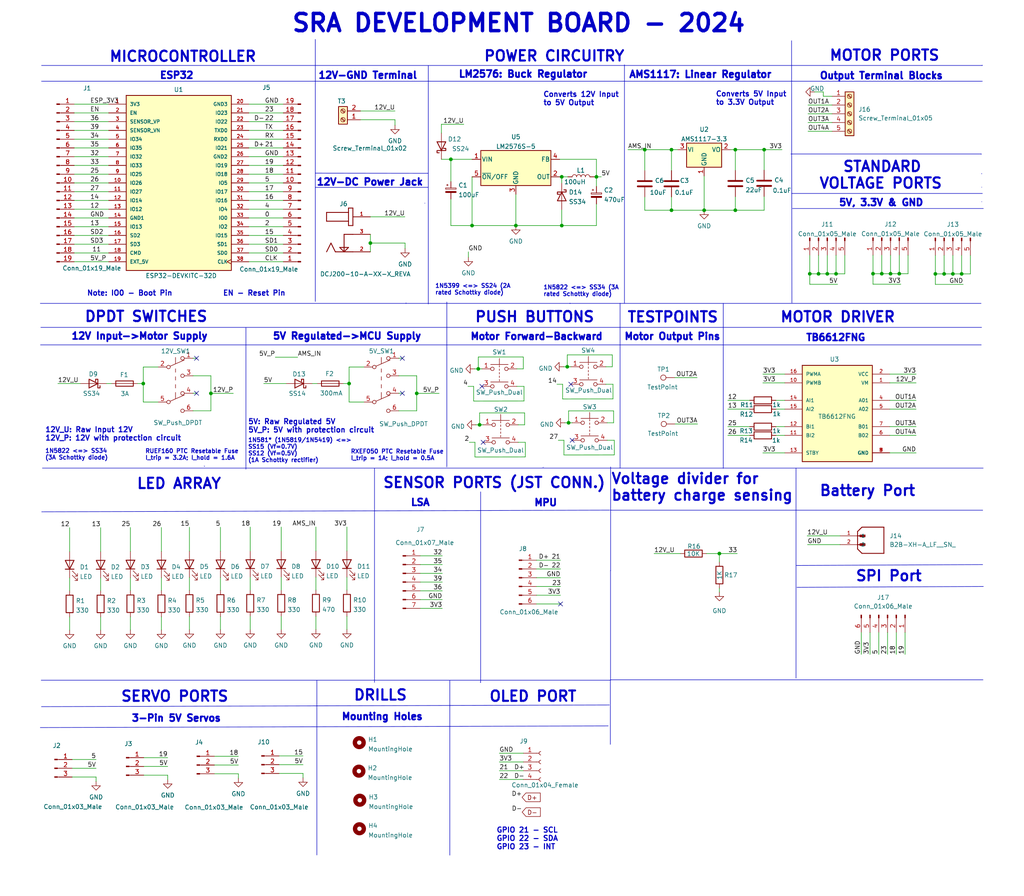
<source format=kicad_sch>
(kicad_sch (version 20231120) (generator "eeschema") (generator_version "8.0")
  (paper "User" 297.002 259.994)
  (junction (at 164.5158 106.426))
  (junction (at 186.9948 43.434))
  (junction (at 239.9284 79.4512))
  (junction (at 162.9156 51.308))
  (junction (at 276.352 79.4766))
  (junction (at 61.1632 114.1476))
  (junction (at 260.8072 79.4258))
  (junction (at 213.2584 43.434))
  (junction (at 204.216 61.0108))
  (junction (at 271.272 79.4766))
  (junction (at 130.7592 46.228))
  (junction (at 120.8532 114.1476))
  (junction (at 213.2584 61.0108))
  (junction (at 255.7272 79.4258))
  (junction (at 258.2672 79.4258))
  (junction (at 107.4166 70.5358))
  (junction (at 194.7418 43.434))
  (junction (at 101.2444 111.3028))
  (junction (at 234.8484 79.4512))
  (junction (at 253.1872 79.4258))
  (junction (at 273.812 79.4766))
  (junction (at 162.9156 65.4558))
  (junction (at 149.606 65.4558))
  (junction (at 242.4684 79.4512))
  (junction (at 237.3884 79.4512))
  (junction (at 208.6356 160.6296))
  (junction (at 172.974 51.308))
  (junction (at 139.0904 123.2662))
  (junction (at 221.615 43.434))
  (junction (at 136.906 65.4558))
  (junction (at 138.7094 107.0356))
  (junction (at 278.892 79.4766))
  (junction (at 41.5544 111.3028))
  (junction (at 164.8968 122.682))
  (junction (at 194.7418 61.0108))
  (no_connect (at 116.6876 114.1222))
  (no_connect (at 140.1318 128.3462))
  (no_connect (at 56.9976 114.1222))
  (no_connect (at 162.56 175.26))
  (no_connect (at 56.9976 103.9622))
  (no_connect (at 116.6876 103.9622))
  (no_connect (at 165.9382 127.762))
  (no_connect (at 139.7508 112.1156))
  (no_connect (at 165.5572 111.506))
  (wire (pts (xy 115.6716 103.9622) (xy 116.6876 103.9622)))
  (polyline (pts (xy 230.8574 135.8392) (xy 230.8574 196.7992)))
  (wire (pts (xy 86.3346 103.6574) (xy 79.8322 103.6574)))
  (wire (pts (xy 221.615 56.9976) (xy 221.615 61.0108)))
  (polyline (pts (xy 370.1796 138.2014) (xy 370.205 138.2014)))
  (wire (pts (xy 54.9402 167.5638) (xy 54.9402 171.2976)))
  (wire (pts (xy 163.1696 111.506) (xy 163.1696 115.7732)))
  (wire (pts (xy 61.1632 114.1476) (xy 67.6656 114.1476)))
  (wire (pts (xy 72.5678 159.893) (xy 72.5678 152.9334)))
  (wire (pts (xy 163.449 106.426) (xy 164.5158 106.426)))
  (wire (pts (xy 258.064 108.5596) (xy 265.684 108.5596)))
  (wire (pts (xy 281.432 79.4766) (xy 281.432 74.1172)))
  (wire (pts (xy 46.8122 160.02) (xy 46.8122 153.0604)))
  (wire (pts (xy 253.1872 79.4258) (xy 255.7272 79.4258)))
  (wire (pts (xy 164.5158 106.426) (xy 164.5158 102.9716)))
  (wire (pts (xy 21.5138 35.306) (xy 31.5214 35.306)))
  (polyline (pts (xy 229.362 44.6786) (xy 284.5816 44.6786)))
  (wire (pts (xy 225.044 118.7196) (xy 227.584 118.7196)))
  (wire (pts (xy 163.5506 127.762) (xy 163.5506 132.0292)))
  (wire (pts (xy 249.7836 183.5404) (xy 249.7836 189.8904)))
  (wire (pts (xy 72.5678 178.8668) (xy 72.5678 182.6768)))
  (wire (pts (xy 258.2672 79.4258) (xy 260.8072 79.4258)))
  (wire (pts (xy 177.7746 111.506) (xy 175.7172 111.506)))
  (polyline (pts (xy 124.206 19.05) (xy 124.206 88.2142)))
  (wire (pts (xy 276.352 79.4766) (xy 278.892 79.4766)))
  (wire (pts (xy 137.7442 128.3462) (xy 137.7442 132.6134)))
  (wire (pts (xy 72.5678 167.513) (xy 72.5678 171.2468)))
  (wire (pts (xy 128.016 46.228) (xy 130.7592 46.228)))
  (wire (pts (xy 20.193 160.0708) (xy 20.193 153.1112)))
  (wire (pts (xy 237.3884 79.4512) (xy 239.9284 79.4512)))
  (wire (pts (xy 208.6356 160.6296) (xy 213.8172 160.6296)))
  (polyline (pts (xy 181.102 18.796) (xy 181.102 87.9602)))
  (wire (pts (xy 41.5544 106.5022) (xy 41.5544 111.3028)))
  (wire (pts (xy 90.6018 111.3028) (xy 91.9734 111.3028)))
  (wire (pts (xy 254.8636 183.5404) (xy 254.8636 189.8904)))
  (wire (pts (xy 162.9156 60.8076) (xy 162.9156 65.4558)))
  (wire (pts (xy 172.974 59.182) (xy 172.974 65.4558)))
  (wire (pts (xy 271.272 74.1172) (xy 271.272 79.4766)))
  (wire (pts (xy 138.7094 107.0356) (xy 139.7508 107.0356)))
  (wire (pts (xy 55.9816 109.0422) (xy 61.1632 109.0422)))
  (wire (pts (xy 29.1846 167.6908) (xy 29.1846 171.4246)))
  (wire (pts (xy 234.0864 155.4988) (xy 243.6368 155.4988)))
  (wire (pts (xy 41.6814 222.4024) (xy 48.641 222.4024)))
  (wire (pts (xy 139.0904 123.2662) (xy 139.0904 119.8118)))
  (wire (pts (xy 164.5158 102.9716) (xy 177.5714 102.9716)))
  (wire (pts (xy 234.188 158.0388) (xy 243.6368 158.0388)))
  (wire (pts (xy 258.2672 74.0664) (xy 258.2672 79.4258)))
  (polyline (pts (xy 71.3232 95.0722) (xy 71.3232 136.1694)))
  (wire (pts (xy 221.234 111.0996) (xy 227.584 111.0996)))
  (wire (pts (xy 21.5138 50.546) (xy 31.5214 50.546)))
  (wire (pts (xy 260.8072 74.0664) (xy 260.8072 79.4258)))
  (wire (pts (xy 130.7592 65.4558) (xy 136.906 65.4558)))
  (wire (pts (xy 48.641 224.9424) (xy 48.641 226.2124)))
  (wire (pts (xy 162.9156 51.308) (xy 164.6936 51.308)))
  (wire (pts (xy 72.1614 60.706) (xy 82.169 60.706)))
  (wire (pts (xy 21.5138 75.946) (xy 31.5214 75.946)))
  (wire (pts (xy 258.064 111.0996) (xy 265.684 111.0996)))
  (polyline (pts (xy 284.7086 54.3052) (xy 284.7086 54.3306)))
  (wire (pts (xy 130.7592 46.228) (xy 136.906 46.228)))
  (polyline (pts (xy 284.5816 44.6786) (xy 284.5816 44.7802)))
  (wire (pts (xy 241.3 33.02) (xy 234.3404 33.02)))
  (wire (pts (xy 238.76 26.67) (xy 238.76 27.94)))
  (polyline (pts (xy 177.0634 197.3326) (xy 177.0634 165.5826)))
  (wire (pts (xy 195.8086 123.0376) (xy 202.311 123.0376)))
  (wire (pts (xy 107.4166 62.9158) (xy 117.4242 62.9158)))
  (wire (pts (xy 155.6004 162.56) (xy 162.56 162.56)))
  (wire (pts (xy 99.5934 111.3028) (xy 101.2444 111.3028)))
  (wire (pts (xy 135.8392 73.0758) (xy 135.8392 74.6506)))
  (polyline (pts (xy 91.4146 54.3814) (xy 124.206 54.356)))
  (wire (pts (xy 260.8072 79.4258) (xy 263.3472 79.4258)))
  (wire (pts (xy 100.6094 178.8414) (xy 100.6094 182.6514)))
  (wire (pts (xy 178.1556 127.762) (xy 176.0982 127.762)))
  (wire (pts (xy 241.3 38.1) (xy 234.3404 38.1)))
  (polyline (pts (xy 230.9368 164.084) (xy 284.988 163.83)))
  (wire (pts (xy 72.1614 55.626) (xy 82.169 55.626)))
  (wire (pts (xy 213.2584 57.0738) (xy 213.2584 61.0108)))
  (wire (pts (xy 163.83 122.682) (xy 164.8968 122.682)))
  (wire (pts (xy 149.606 56.388) (xy 149.606 65.4558)))
  (wire (pts (xy 234.8484 79.4512) (xy 234.8484 82.4992)))
  (wire (pts (xy 164.8968 119.2276) (xy 177.9524 119.2276)))
  (polyline (pts (xy 12.0904 148.5138) (xy 176.784 148.0312)))
  (wire (pts (xy 164.8968 122.682) (xy 164.8968 119.2276)))
  (wire (pts (xy 41.6814 219.8624) (xy 48.641 219.8624)))
  (wire (pts (xy 138.7094 103.5812) (xy 151.765 103.5812)))
  (wire (pts (xy 152.3492 132.588) (xy 152.3492 128.3462)))
  (wire (pts (xy 149.606 65.4558) (xy 162.9156 65.4558)))
  (wire (pts (xy 225.044 123.7996) (xy 227.584 123.7996)))
  (wire (pts (xy 178.1556 132.0038) (xy 178.1556 127.762)))
  (wire (pts (xy 72.1614 42.926) (xy 82.169 42.926)))
  (wire (pts (xy 63.9318 167.5638) (xy 63.9318 171.2976)))
  (wire (pts (xy 172.974 51.308) (xy 172.974 54.102)))
  (wire (pts (xy 278.892 79.4766) (xy 281.432 79.4766)))
  (wire (pts (xy 117.475 70.5358) (xy 117.475 72.1106)))
  (wire (pts (xy 114.554 34.7472) (xy 114.554 36.322)))
  (wire (pts (xy 120.8532 109.0422) (xy 120.8532 114.1476)))
  (polyline (pts (xy 229.5652 56.134) (xy 284.9118 56.134)))
  (wire (pts (xy 41.5544 116.6622) (xy 45.8216 116.6622)))
  (polyline (pts (xy 12.0396 23.5712) (xy 284.8864 23.5712)))
  (wire (pts (xy 63.9318 159.9438) (xy 63.9318 152.9842)))
  (wire (pts (xy 55.9816 114.1222) (xy 56.9976 114.1222)))
  (polyline (pts (xy 139.3952 142.7226) (xy 139.3952 198.0184)))
  (wire (pts (xy 186.9948 43.434) (xy 194.7418 43.434)))
  (wire (pts (xy 273.812 74.1172) (xy 273.812 79.4766)))
  (wire (pts (xy 175.7172 106.426) (xy 177.5714 106.426)))
  (wire (pts (xy 271.272 79.4766) (xy 273.812 79.4766)))
  (wire (pts (xy 255.7272 74.0664) (xy 255.7272 79.4258)))
  (polyline (pts (xy 12.2936 135.8392) (xy 285.1404 135.8392)))
  (wire (pts (xy 130.7592 57.7596) (xy 130.7592 65.4558)))
  (wire (pts (xy 72.1614 53.086) (xy 82.169 53.086)))
  (wire (pts (xy 46.8122 167.64) (xy 46.8122 171.3738)))
  (wire (pts (xy 121.92 173.99) (xy 128.27 173.99)))
  (wire (pts (xy 211.074 116.1796) (xy 217.424 116.1796)))
  (wire (pts (xy 234.8484 79.4512) (xy 237.3884 79.4512)))
  (wire (pts (xy 139.0904 119.8118) (xy 152.146 119.8118)))
  (wire (pts (xy 100.6094 159.8676) (xy 100.6094 152.908)))
  (wire (pts (xy 172.974 46.228) (xy 172.974 51.308)))
  (wire (pts (xy 21.5138 40.386) (xy 31.5214 40.386)))
  (polyline (pts (xy 12.0142 205.0542) (xy 176.7078 204.5716)))
  (wire (pts (xy 41.6814 224.9424) (xy 48.641 224.9424)))
  (wire (pts (xy 135.7122 112.1156) (xy 137.3632 112.1156)))
  (wire (pts (xy 120.8532 114.1476) (xy 127.3556 114.1476)))
  (wire (pts (xy 241.3 35.56) (xy 234.3404 35.56)))
  (wire (pts (xy 21.5138 60.706) (xy 31.5214 60.706)))
  (wire (pts (xy 172.974 65.4558) (xy 162.9156 65.4558)))
  (wire (pts (xy 80.9244 221.8944) (xy 87.884 221.8944)))
  (wire (pts (xy 186.9948 61.0108) (xy 194.7418 61.0108)))
  (wire (pts (xy 149.9108 107.0356) (xy 151.765 107.0356)))
  (wire (pts (xy 177.7746 115.7478) (xy 177.7746 111.506)))
  (wire (pts (xy 55.9816 103.9622) (xy 56.9976 103.9622)))
  (wire (pts (xy 172.974 51.308) (xy 174.3964 51.308)))
  (wire (pts (xy 137.6426 107.0356) (xy 138.7094 107.0356)))
  (wire (pts (xy 155.6004 170.18) (xy 162.56 170.18)))
  (wire (pts (xy 91.6178 178.8414) (xy 91.6178 182.6514)))
  (wire (pts (xy 258.064 116.1796) (xy 265.684 116.1796)))
  (wire (pts (xy 213.2584 43.434) (xy 221.615 43.434)))
  (wire (pts (xy 271.272 79.4766) (xy 271.272 82.5246)))
  (wire (pts (xy 107.4166 67.9958) (xy 107.4166 70.5358)))
  (wire (pts (xy 155.6004 165.1) (xy 162.56 165.1)))
  (wire (pts (xy 121.92 176.53) (xy 128.27 176.53)))
  (wire (pts (xy 72.1614 68.326) (xy 82.169 68.326)))
  (wire (pts (xy 20.9042 222.9358) (xy 27.8638 222.9358)))
  (wire (pts (xy 54.9402 159.9438) (xy 54.9402 152.9842)))
  (wire (pts (xy 37.8206 160.02) (xy 37.8206 153.0604)))
  (polyline (pts (xy 124.206 54.356) (xy 124.206 54.356)))
  (polyline (pts (xy 124.206 50.292) (xy 124.206 50.292)))
  (wire (pts (xy 72.1614 50.546) (xy 82.169 50.546)))
  (wire (pts (xy 177.9524 119.2276) (xy 177.9524 122.682)))
  (wire (pts (xy 237.3884 74.0918) (xy 237.3884 79.4512)))
  (wire (pts (xy 258.064 126.3396) (xy 265.684 126.3396)))
  (wire (pts (xy 208.6356 160.6296) (xy 204.9272 160.6296)))
  (wire (pts (xy 151.9682 116.3574) (xy 151.9682 112.1156)))
  (wire (pts (xy 257.4036 183.5404) (xy 257.4036 189.8904)))
  (wire (pts (xy 72.1614 45.466) (xy 82.169 45.466)))
  (wire (pts (xy 239.9284 74.0918) (xy 239.9284 79.4512)))
  (wire (pts (xy 204.216 51.054) (xy 204.216 61.0108)))
  (wire (pts (xy 258.064 123.7996) (xy 265.684 123.7996)))
  (wire (pts (xy 91.6178 167.4876) (xy 91.6178 171.2214)))
  (wire (pts (xy 20.193 179.0446) (xy 20.193 182.8546)))
  (polyline (pts (xy 229.5652 11.811) (xy 229.6668 87.884)))
  (wire (pts (xy 213.2584 61.0108) (xy 221.615 61.0108)))
  (wire (pts (xy 255.7272 79.4258) (xy 258.2672 79.4258)))
  (wire (pts (xy 151.765 226.187) (xy 144.8054 226.187)))
  (wire (pts (xy 45.8216 106.5022) (xy 41.5544 106.5022)))
  (wire (pts (xy 139.0904 123.2662) (xy 140.1318 123.2662)))
  (wire (pts (xy 137.3632 116.3828) (xy 151.9682 116.3574)))
  (wire (pts (xy 130.7592 46.228) (xy 130.7592 52.6796)))
  (polyline (pts (xy 12.0396 18.9992) (xy 284.8864 18.9992)))
  (wire (pts (xy 172.3136 51.308) (xy 172.974 51.308)))
  (wire (pts (xy 120.8532 114.1476) (xy 120.8532 119.2022)))
  (polyline (pts (xy 11.938 197.3834) (xy 177.0126 197.3834)))
  (wire (pts (xy 21.5138 37.846) (xy 31.5214 37.846)))
  (wire (pts (xy 62.1792 224.536) (xy 69.1388 224.536)))
  (polyline (pts (xy 284.734 58.5216) (xy 284.734 58.547)))
  (wire (pts (xy 105.5116 106.5022) (xy 101.2444 106.5022)))
  (polyline (pts (xy 231.14 170.434) (xy 285.1912 170.18)))
  (wire (pts (xy 61.1632 109.0422) (xy 61.1632 114.1476)))
  (wire (pts (xy 258.064 131.4196) (xy 265.684 131.4196)))
  (wire (pts (xy 87.884 224.4344) (xy 87.884 225.7044)))
  (wire (pts (xy 21.5138 70.866) (xy 31.5214 70.866)))
  (polyline (pts (xy 91.8972 197.4088) (xy 91.8972 248.1072)))
  (wire (pts (xy 136.0932 128.3462) (xy 137.7442 128.3462)))
  (wire (pts (xy 253.1872 74.0664) (xy 253.1872 79.4258)))
  (wire (pts (xy 242.4684 74.0918) (xy 242.4684 79.4512)))
  (polyline (pts (xy 11.8364 94.996) (xy 284.6832 94.996)))
  (wire (pts (xy 151.765 221.107) (xy 144.8054 221.107)))
  (wire (pts (xy 155.6004 175.26) (xy 162.56 175.26)))
  (wire (pts (xy 245.0084 79.4512) (xy 245.0084 74.0918)))
  (wire (pts (xy 29.1846 179.0446) (xy 29.1846 182.8546)))
  (wire (pts (xy 225.044 116.1796) (xy 227.584 116.1796)))
  (wire (pts (xy 21.5138 45.466) (xy 31.5214 45.466)))
  (wire (pts (xy 41.5544 111.3028) (xy 41.5544 116.6622)))
  (wire (pts (xy 259.9436 183.5404) (xy 259.9436 189.8904)))
  (wire (pts (xy 225.044 126.3396) (xy 227.584 126.3396)))
  (wire (pts (xy 37.8206 178.9938) (xy 37.8206 182.8038)))
  (wire (pts (xy 138.0236 123.2662) (xy 139.0904 123.2662)))
  (wire (pts (xy 236.22 26.67) (xy 238.76 26.67)))
  (wire (pts (xy 221.234 131.4196) (xy 227.584 131.4196)))
  (polyline (pts (xy 284.7086 50.3428) (xy 284.7086 50.4444)))
  (wire (pts (xy 100.6094 167.4876) (xy 100.6094 171.2214)))
  (wire (pts (xy 128.016 36.068) (xy 134.5184 36.068)))
  (wire (pts (xy 177.5714 102.9716) (xy 177.5714 106.426)))
  (wire (pts (xy 81.5594 159.893) (xy 81.5594 152.9334)))
  (wire (pts (xy 273.812 79.4766) (xy 276.352 79.4766)))
  (polyline (pts (xy 177.0634 197.2674) (xy 285.0896 197.2674)))
  (wire (pts (xy 62.1792 221.996) (xy 69.1388 221.996)))
  (wire (pts (xy 121.92 161.29) (xy 128.27 161.29)))
  (wire (pts (xy 194.7418 61.0108) (xy 204.216 61.0108)))
  (polyline (pts (xy 209.7532 88.0364) (xy 209.7532 135.89)))
  (polyline (pts (xy 284.8864 18.8976) (xy 284.8864 18.9992)))
  (polyline (pts (xy 177.0126 216.0016) (xy 177.0126 197.3834)))
  (polyline (pts (xy 11.684 88.0364) (xy 284.5308 88.0364)))
  (wire (pts (xy 120.8532 119.2022) (xy 115.6716 119.2022)))
  (wire (pts (xy 115.6716 114.1222) (xy 116.6876 114.1222)))
  (polyline (pts (xy 179.832 87.9856) (xy 179.832 135.8392)))
  (wire (pts (xy 161.8996 127.762) (xy 163.5506 127.762)))
  (wire (pts (xy 152.3492 128.3462) (xy 150.2918 128.3462)))
  (wire (pts (xy 21.5138 55.626) (xy 31.5214 55.626)))
  (wire (pts (xy 151.765 223.647) (xy 144.8054 223.647)))
  (wire (pts (xy 20.9042 225.4758) (xy 27.8638 225.4758)))
  (wire (pts (xy 72.1614 40.386) (xy 82.169 40.386)))
  (wire (pts (xy 164.5158 106.426) (xy 165.5572 106.426)))
  (wire (pts (xy 23.2918 111.3028) (xy 16.7894 111.3028)))
  (wire (pts (xy 21.5138 68.326) (xy 31.5214 68.326)))
  (wire (pts (xy 221.615 49.3776) (xy 221.615 43.434)))
  (wire (pts (xy 137.3632 112.1156) (xy 137.3632 116.3828)))
  (wire (pts (xy 54.9402 178.9176) (xy 54.9402 182.7276)))
  (wire (pts (xy 211.074 118.7196) (xy 217.424 118.7196)))
  (wire (pts (xy 278.892 74.1172) (xy 278.892 79.4766)))
  (wire (pts (xy 72.1614 37.846) (xy 82.169 37.846)))
  (wire (pts (xy 72.1614 35.306) (xy 82.169 35.306)))
  (wire (pts (xy 150.2918 123.2662) (xy 152.146 123.2662)))
  (wire (pts (xy 29.1846 160.0708) (xy 29.1846 153.1112)))
  (wire (pts (xy 182.118 43.434) (xy 186.9948 43.434)))
  (wire (pts (xy 194.7418 43.434) (xy 196.596 43.434)))
  (polyline (pts (xy 11.684 211.1248) (xy 176.3776 210.6422)))
  (wire (pts (xy 138.7094 107.0356) (xy 138.7094 103.5812)))
  (wire (pts (xy 162.306 51.308) (xy 162.9156 51.308)))
  (wire (pts (xy 128.016 36.068) (xy 128.016 38.608)))
  (polyline (pts (xy 176.9872 148.0566) (xy 285.0134 148.0566)))
  (wire (pts (xy 72.1614 70.866) (xy 82.169 70.866)))
  (wire (pts (xy 176.0982 122.682) (xy 177.9524 122.682)))
  (wire (pts (xy 69.1388 224.536) (xy 69.1388 225.806)))
  (wire (pts (xy 72.1614 48.006) (xy 82.169 48.006)))
  (polyline (pts (xy 91.44 11.43) (xy 91.44 87.4776)))
  (wire (pts (xy 101.2444 106.5022) (xy 101.2444 111.3028)))
  (wire (pts (xy 137.7442 132.6134) (xy 152.3492 132.588)))
  (wire (pts (xy 252.3236 183.5404) (xy 252.3236 189.8904)))
  (wire (pts (xy 253.1872 82.4738) (xy 261.2644 82.4738)))
  (wire (pts (xy 62.1792 219.456) (xy 69.1388 219.456)))
  (wire (pts (xy 239.9284 79.4512) (xy 242.4684 79.4512)))
  (wire (pts (xy 136.906 65.4558) (xy 149.606 65.4558)))
  (wire (pts (xy 234.8484 74.0918) (xy 234.8484 79.4512)))
  (wire (pts (xy 211.836 43.434) (xy 213.2584 43.434)))
  (polyline (pts (xy 229.8446 60.5028) (xy 285.1912 60.5028)))
  (wire (pts (xy 21.5138 58.166) (xy 31.5214 58.166)))
  (wire (pts (xy 30.9118 111.3028) (xy 32.3088 111.3028)))
  (wire (pts (xy 186.9948 43.434) (xy 186.9948 49.5046)))
  (wire (pts (xy 161.5186 111.506) (xy 163.1696 111.506)))
  (wire (pts (xy 21.5138 32.766) (xy 31.5214 32.766)))
  (wire (pts (xy 271.272 82.5246) (xy 279.3492 82.5246)))
  (wire (pts (xy 39.9288 111.3028) (xy 41.5544 111.3028)))
  (wire (pts (xy 104.5464 34.7472) (xy 114.554 34.7472)))
  (polyline (pts (xy 177.0888 165.5064) (xy 177.0888 135.4836)))
  (wire (pts (xy 213.2584 43.434) (xy 213.2584 49.4538)))
  (wire (pts (xy 253.1872 79.4258) (xy 253.1872 82.4738)))
  (wire (pts (xy 155.6004 172.72) (xy 162.56 172.72)))
  (wire (pts (xy 163.1696 115.7732) (xy 177.7746 115.7478)))
  (wire (pts (xy 189.6872 160.6296) (xy 197.3072 160.6296)))
  (wire (pts (xy 21.5138 63.246) (xy 31.5214 63.246)))
  (wire (pts (xy 258.064 118.7196) (xy 265.684 118.7196)))
  (wire (pts (xy 208.6356 170.688) (xy 208.6356 171.8056)))
  (wire (pts (xy 61.1632 119.2022) (xy 55.9816 119.2022)))
  (wire (pts (xy 152.146 119.8118) (xy 152.146 123.2662)))
  (polyline (pts (xy 11.7348 100.076) (xy 284.5816 100.076)))
  (wire (pts (xy 151.765 218.567) (xy 144.8054 218.567)))
  (wire (pts (xy 21.5138 42.926) (xy 31.5214 42.926)))
  (wire (pts (xy 61.1632 114.1476) (xy 61.1632 119.2022)))
  (polyline (pts (xy 130.4544 197.4596) (xy 130.4544 248.158)))
  (wire (pts (xy 234.8484 82.4992) (xy 242.9256 82.4992)))
  (wire (pts (xy 21.5138 73.406) (xy 31.5214 73.406)))
  (wire (pts (xy 21.5138 48.006) (xy 31.5214 48.006)))
  (wire (pts (xy 121.92 163.83) (xy 128.27 163.83)))
  (wire (pts (xy 104.5464 32.2072) (xy 114.554 32.2072)))
  (wire (pts (xy 27.8638 225.4758) (xy 27.8638 226.7458)))
  (wire (pts (xy 276.352 74.1172) (xy 276.352 79.4766)))
  (wire (pts (xy 221.234 108.5596) (xy 227.584 108.5596)))
  (wire (pts (xy 221.615 43.434) (xy 226.7966 43.434)))
  (polyline (pts (xy 129.5908 87.63) (xy 129.5908 135.4836)))
  (wire (pts (xy 208.6356 163.068) (xy 208.6356 160.6296)))
  (wire (pts (xy 72.1614 73.406) (xy 82.169 73.406)))
  (wire (pts (xy 107.4166 70.5358) (xy 107.4166 73.0758)))
  (wire (pts (xy 121.92 171.45) (xy 128.27 171.45)))
  (polyline (pts (xy 165.4048 88.0364) (xy 165.227 88.0364)))
  (wire (pts (xy 21.5138 53.086) (xy 31.5214 53.086)))
  (wire (pts (xy 211.074 126.3396) (xy 217.424 126.3396)))
  (wire (pts (xy 72.1614 65.786) (xy 82.169 65.786)))
  (wire (pts (xy 238.76 27.94) (xy 241.3 27.94)))
  (wire (pts (xy 155.6004 167.64) (xy 162.56 167.64)))
  (wire (pts (xy 72.1614 63.246) (xy 82.169 63.246)))
  (wire (pts (xy 262.4836 183.5404) (xy 262.4836 189.8904)))
  (polyline (pts (xy 59.182 135.2804) (xy 59.3598 135.2804)))
  (wire (pts (xy 194.7418 43.434) (xy 194.7418 49.5046)))
  (wire (pts (xy 21.5138 30.226) (xy 31.5214 30.226)))
  (wire (pts (xy 101.2444 111.3028) (xy 101.2444 116.6622)))
  (wire (pts (xy 136.906 51.308) (xy 136.906 65.4558)))
  (wire (pts (xy 80.9244 224.4344) (xy 87.884 224.4344)))
  (wire (pts (xy 91.6178 159.8676) (xy 91.6178 152.908)))
  (wire (pts (xy 81.5594 167.513) (xy 81.5594 171.2468)))
  (polyline (pts (xy 139.2936 198.0184) (xy 139.3952 198.0184)))
  (wire (pts (xy 162.9156 51.308) (xy 162.9156 53.1876)))
  (wire (pts (xy 107.4166 70.5358) (xy 117.475 70.5358)))
  (wire (pts (xy 81.5594 178.8668) (xy 81.5594 182.6768)))
  (wire (pts (xy 63.9318 178.9176) (xy 63.9318 182.7276)))
  (wire (pts (xy 21.5138 65.786) (xy 31.5214 65.786)))
  (polyline (pts (xy 177.0634 165.5826) (xy 177.0888 165.5826)))
  (wire (pts (xy 82.9818 111.3028) (xy 76.4794 111.3028)))
  (wire (pts (xy 121.92 166.37) (xy 128.27 166.37)))
  (wire (pts (xy 204.216 61.0108) (xy 213.2584 61.0108)))
  (polyline (pts (xy 91.4146 50.2412) (xy 124.206 50.292)))
  (wire (pts (xy 121.92 168.91) (xy 128.27 168.91)))
  (wire (pts (xy 46.8122 178.9938) (xy 46.8122 182.8038)))
  (wire (pts (xy 20.193 167.6908) (xy 20.193 171.4246)))
  (wire (pts (xy 151.765 103.5812) (xy 151.765 107.0356)))
  (wire (pts (xy 163.5506 132.0292) (xy 178.1556 132.0038)))
  (wire (pts (xy 162.306 46.228) (xy 172.974 46.228)))
  (polyline (pts (xy 123.2154 58.928) (xy 123.2154 58.9788)))
  (wire (pts (xy 80.9244 219.3544) (xy 87.884 219.3544)))
  (wire (pts (xy 72.1614 58.166) (xy 82.169 58.166)))
  (wire (pts (xy 20.9042 220.3958) (xy 27.8638 220.3958)))
  (wire (pts (xy 263.3472 79.4258) (xy 263.3472 74.0664)))
  (wire (pts (xy 194.7418 57.1246) (xy 194.7418 61.0108)))
  (wire (pts (xy 242.4684 79.4512) (xy 245.0084 79.4512)))
  (wire (pts (xy 164.8968 122.682) (xy 165.9382 122.682)))
  (polyline (pts (xy 157.48 135.5852) (xy 157.5562 135.5852)))
  (polyline (pts (xy 117.7036 87.9348) (xy 117.8052 87.9348)))
  (wire (pts (xy 37.8206 167.64) (xy 37.8206 171.3738)))
  (wire (pts (xy 115.6716 109.0422) (xy 120.8532 109.0422)))
  (wire (pts (xy 72.1614 75.946) (xy 82.169 75.946)))
  (wire (pts (xy 186.9948 57.1246) (xy 186.9948 61.0108)))
  (polyline (pts (xy 108.6104 135.9154) (xy 108.6104 198.0184)))
  (wire (pts (xy 151.9682 112.1156) (xy 149.9108 112.1156)))
  (wire (pts (xy 72.1614 32.766) (xy 82.169 32.766)))
  (wire (pts (xy 241.3 30.48) (xy 234.3404 30.48)))
  (wire (pts (xy 195.6816 109.5756) (xy 202.184 109.5756)))
  (wire (pts (xy 211.074 123.7996) (xy 217.424 123.7996)))
  (wire (pts (xy 101.2444 116.6622) (xy 105.5116 116.6622)))
  (wire (pts (xy 72.1614 30.226) (xy 82.169 30.226)))
  (text "5V, 3.3V & GND" (at 243.1288 60.1472 0) (effects (font (size 2 2) (thickness 0.6) (bold yes)) (justify left bottom)))
  (text "RXEF050 PTC Resetable Fuse \nI_trip = 1A; I_hold = 0.5A" (at 101.6508 133.8326 0) (effects (font (size 1.2 1.2) (bold yes)) (justify left bottom)))
  (text "Mounting Holes" (at 98.9076 209.296 0) (effects (font (size 2 2) (thickness 0.6) (bold yes)) (justify left bottom)))
  (text "SRA DEVELOPMENT BOARD - 2024" (at 84.2772 9.8044 0) (effects (font (size 5 5) (thickness 1) (bold yes)) (justify left bottom)))
  (text "LED ARRAY" (at 39.4462 142.2654 0) (effects (font (size 3 3) (thickness 0.6) (bold yes)) (justify left bottom)))
  (text "12V_U: Raw Input 12V\n12V_P: 12V with protection circuit" (at 13.0302 128.1684 0) (effects (font (size 1.5 1.5) (bold yes)) (justify left bottom)))
  (text "12V-GND Terminal" (at 92.1512 23.2156 0) (effects (font (size 2 2) (thickness 0.6) (bold yes)) (justify left bottom)))
  (text "1N5822 <=> SS34 (3A \nrated Schottky diode)" (at 157.5308 86.2076 0) (effects (font (size 1.2 1.2) (bold yes)) (justify left bottom)))
  (text "Output Terminal Blocks" (at 237.5662 23.3172 0) (effects (font (size 2 2) (thickness 0.6) (bold yes)) (justify left bottom)))
  (text "LSA" (at 118.9482 147.1676 0) (effects (font (size 2 2) (thickness 0.6) (bold yes)) (justify left bottom)))
  (text "MPU" (at 154.7368 147.2184 0) (effects (font (size 2 2) (thickness 0.6) (bold yes)) (justify left bottom)))
  (text "Converts 5V Input \nto 3.3V Output" (at 207.518 30.734 0) (effects (font (size 1.5 1.5) (bold yes)) (justify left bottom)))
  (text "DRILLS" (at 102.362 203.6572 0) (effects (font (size 3 3) (thickness 0.6) (bold yes)) (justify left bottom)))
  (text "SENSOR PORTS (JST CONN.)" (at 110.871 142.0114 0) (effects (font (size 3 3) (thickness 0.6) (bold yes)) (justify left bottom)))
  (text "1N5399 <=> SS24 (2A \nrated Schottky diode)" (at 126.1364 85.7758 0) (effects (font (size 1.2 1.2) (bold yes)) (justify left bottom)))
  (text "DPDT SWITCHES" (at 24.3332 93.8022 0) (effects (font (size 3 3) (thickness 0.6) (bold yes)) (justify left bottom)))
  (text "5V: Raw Regulated 5V\n5V_P: 5V with protection circuit" (at 71.882 125.8316 0) (effects (font (size 1.5 1.5) (bold yes)) (justify left bottom)))
  (text "Note: IO0 - Boot Pin             EN - Reset Pin" (at 25.146 86.106 0) (effects (font (size 1.5 1.5) (bold yes)) (justify left bottom)))
  (text "POWER CIRCUITRY" (at 140.1318 18.2118 0) (effects (font (size 3 3) (thickness 0.6) (bold yes)) (justify left bottom)))
  (text "ESP32" (at 46.1518 23.2156 0) (effects (font (size 2 2) (thickness 0.6) (bold yes)) (justify left bottom)))
  (text "RUEF160 PTC Resetable Fuse \nI_trip = 3.2A; I_hold = 1.6A" (at 42.0624 133.731 0) (effects (font (size 1.2 1.2) (bold yes)) (justify left bottom)))
  (text "LM2576: Buck Regulator" (at 132.842 22.86 0) (effects (font (size 2 2) (thickness 0.6) (bold yes)) (justify left bottom)))
  (text "MICROCONTROLLER" (at 31.496 18.3388 0) (effects (font (size 3 3) (thickness 0.6) (bold yes)) (justify left bottom)))
  (text "Battery Port" (at 237.4834 144.3123 0) (effects (font (size 3 3) (thickness 0.6) (bold yes)) (justify left bottom)))
  (text "GPIO 21 - SCL\nGPIO 22 - SDA\nGPIO 23 - INT\n" (at 143.9164 246.761 0) (effects (font (size 1.5 1.5) (bold yes)) (justify left bottom)))
  (text "TB6612FNG\n" (at 233.5784 99.314 0) (effects (font (size 2 2) (thickness 0.6) (bold yes)) (justify left bottom)))
  (text "1N5822 <=> SS34 \n(3A Schottky diode)" (at 13.0302 133.6548 0) (effects (font (size 1.2 1.2) (bold yes)) (justify left bottom)))
  (text "3-Pin 5V Servos" (at 37.9984 209.7532 0) (effects (font (size 2 2) (thickness 0.6) (bold yes)) (justify left bottom)))
  (text "SERVO PORTS" (at 34.8488 204.0128 0) (effects (font (size 3 3) (thickness 0.6) (bold yes)) (justify left bottom)))
  (text "Voltage divider for \nbattery charge sensing\n" (at 177.0888 145.6784 0) (effects (font (size 3 3) (bold yes)) (justify left bottom)))
  (text "1N581* (1N5819/1N5419) <=> \nSS15 (Vf=0.7V) \nSS12 (Vf=0.5V)\n(1A Schottky rectifier)" (at 71.882 134.3914 0) (effects (font (size 1.2 1.2) (bold yes)) (justify left bottom)))
  (text "12V Input->Motor Supply" (at 20.5232 98.8822 0) (effects (font (size 2 2) (thickness 0.6) (bold yes)) (justify left bottom)))
  (text "SPI Port\n" (at 247.9548 169.0624 0) (effects (font (size 3 3) (thickness 0.6) (bold yes)) (justify left bottom)))
  (text "5V Regulated->MCU Supply" (at 78.9432 98.8822 0) (effects (font (size 2 2) (thickness 0.6) (bold yes)) (justify left bottom)))
  (text "OLED PORT" (at 141.6812 204.0128 0) (effects (font (size 3 3) (thickness 0.6) (bold yes)) (justify left bottom)))
  (text "MOTOR PORTS\n\n" (at 240.3348 22.8346 0) (effects (font (size 3 3) (thickness 0.6) (bold yes)) (justify left bottom)))
  (text "Motor Output Pins" (at 180.8988 98.9838 0) (effects (font (size 2 2) (thickness 0.6) (bold yes)) (justify left bottom)))
  (text "MOTOR DRIVER\n" (at 226.06 93.9292 0) (effects (font (size 3 3) (thickness 0.6) (bold yes)) (justify left bottom)))
  (text "12V-DC Power Jack" (at 91.6686 54.1782 0) (effects (font (size 2 2) (thickness 0.6) (bold yes)) (justify left bottom)))
  (text "Converts 12V Input \nto 5V Output" (at 157.48 30.861 0) (effects (font (size 1.5 1.5) (bold yes)) (justify left bottom)))
  (text "TESTPOINTS" (at 181.737 93.9546 0) (effects (font (size 3 3) (thickness 0.6) (bold yes)) (justify left bottom)))
  (text "PUSH BUTTONS" (at 137.5156 93.9038 0) (effects (font (size 3 3) (thickness 0.6) (bold yes)) (justify left bottom)))
  (text "Motor Forward-Backward" (at 136.2456 98.9838 0) (effects (font (size 2 2) (thickness 0.6) (bold yes)) (justify left bottom)))
  (text "AMS1117: Linear Regulator" (at 182.2704 22.9616 0) (effects (font (size 2 2) (thickness 0.6) (bold yes)) (justify left bottom)))
  (text "   STANDARD \nVOLTAGE PORTS" (at 237.3884 55.118 0) (effects (font (size 3 3) (thickness 0.6) (bold yes)) (justify left bottom)))
  (label "32" (at 26.1366 45.466 0))
  (label "12" (at 26.1366 60.706 0))
  (label "25" (at 211.074 123.7996 0))
  (label "12" (at 211.074 116.1796 0))
  (label "12V_U" (at 189.6872 160.6296 0))
  (label "27" (at 26.1366 55.626 0))
  (label "15" (at 76.7842 68.326 0))
  (label "12V_U" (at 234.0864 155.4988 0))
  (label "17" (at 76.7842 55.626 0))
  (label "OUT2A" (at 202.184 109.5756 180))
  (label "15" (at 87.884 219.3544 180))
  (label "5V" (at 76.4794 111.3028 0))
  (label "23" (at 160.0942 170.18 0))
  (label "19" (at 48.641 219.8624 180))
  (label "RX" (at 76.7842 40.386 0))
  (label "12V_U" (at 16.7894 111.3028 0))
  (label "5V" (at 174.3964 51.308 0))
  (label "CLK" (at 76.7842 75.946 0))
  (label "19" (at 76.7842 48.006 0))
  (label "26" (at 46.8122 153.0604 180))
  (label "12V_U" (at 117.4242 62.9158 180))
  (label "36" (at 128.27 171.45 180))
  (label "5V" (at 48.641 222.4024 180))
  (label "OUT3A" (at 265.684 123.7996 180))
  (label "39" (at 26.1366 37.846 0))
  (label "SD2" (at 26.1366 68.326 0))
  (label "18" (at 69.1388 219.456 180))
  (label "34" (at 26.1366 40.386 0))
  (label "26" (at 26.1366 53.086 0))
  (label "5" (at 76.7842 53.086 0))
  (label "18" (at 72.5678 152.9334 180))
  (label "D+" (at 156.21 162.56 0))
  (label "OUT1A" (at 265.684 116.1796 180))
  (label "5V_P" (at 26.1366 75.946 0))
  (label "3V3" (at 100.6094 152.908 180))
  (label "TX" (at 76.7842 37.846 0))
  (label "16" (at 76.7842 58.166 0))
  (label "13" (at 211.074 118.7196 0))
  (label "D-" (at 151.4348 235.6612 180))
  (label "33" (at 26.1366 48.006 0))
  (label "AMS_IN" (at 86.3346 103.6574 0))
  (label "3V3" (at 144.8054 221.107 0))
  (label "39" (at 128.27 168.91 180))
  (label "21" (at 76.7842 42.926 0))
  (label "OUT3A" (at 234.3404 35.56 0))
  (label "GND" (at 144.8054 218.567 0))
  (label "3V3" (at 261.2644 82.4738 180))
  (label "5V_P" (at 127.3556 114.1476 180))
  (label "3V3" (at 221.234 108.5596 0))
  (label "GND" (at 26.1366 63.246 0))
  (label "23" (at 76.7842 32.766 0))
  (label "25" (at 37.8206 153.0604 180))
  (label "OUT3A" (at 202.311 123.0376 180))
  (label "SD0" (at 76.7842 73.406 0))
  (label "D-" (at 156.21 165.1 0))
  (label "11" (at 26.7208 73.406 0))
  (label "ESP_3V3" (at 26.1366 30.226 0))
  (label "GND" (at 76.7842 45.466 0))
  (label "OUT4A" (at 234.3404 38.1 0))
  (label "26" (at 211.074 126.3396 0))
  (label "D+" (at 73.66 42.926 0))
  (label "18" (at 259.9436 189.8904 90))
  (label "3V3" (at 265.684 108.5596 180))
  (label "4" (at 76.7842 60.706 0))
  (label "13" (at 29.1846 153.1112 180))
  (label "5V" (at 87.884 221.8944 180))
  (label "GND" (at 265.684 131.4196 180))
  (label "23" (at 257.4036 189.8904 90))
  (label "12V_P" (at 265.684 111.0996 180))
  (label "SD3" (at 26.1366 70.866 0))
  (label "36" (at 26.1366 35.306 0))
  (label "12V_U" (at 134.5184 36.068 180))
  (label "5V_P" (at 79.8322 103.6574 180))
  (label "0" (at 76.7842 63.246 0))
  (label "OUT2A" (at 234.3404 33.02 0))
  (label "3V3" (at 162.56 172.72 180))
  (label "AMS_IN" (at 182.118 43.434 0))
  (label "14" (at 26.1366 58.166 0))
  (label "21" (at 162.56 162.56 180))
  (label "33" (at 213.8172 160.6296 180))
  (label "5V" (at 69.1388 221.996 180))
  (label "2" (at 76.7842 65.786 0))
  (label "GND" (at 249.7836 189.8904 90))
  (label "35" (at 128.27 163.83 180))
  (label "18" (at 76.7842 50.546 0))
  (label "3V3" (at 221.234 111.0996 0))
  (label "GND" (at 128.27 173.99 180))
  (label "GND" (at 135.8392 73.0758 0))
  (label "5V" (at 27.8638 222.9358 180))
  (label "34" (at 128.27 166.37 180))
  (label "12V_U" (at 114.554 32.2072 180))
  (label "3V3" (at 226.7966 43.434 180))
  (label "D-" (at 73.66 35.306 0))
  (label "OUT4A" (at 265.684 126.3396 180))
  (label "D+" (at 149.098 223.647 0))
  (label "AMS_IN" (at 91.6178 152.908 180))
  (label "4" (at 135.7122 112.1156 180))
  (label "OUT1A" (at 234.3404 30.48 0))
  (label "5" (at 254.8636 189.8904 90))
  (label "25" (at 26.1366 50.546 0))
  (label "GND" (at 162.56 167.64 180))
  (label "D+" (at 151.4094 231.3686 180))
  (label "GND" (at 234.188 158.0388 0))
  (label "3V3" (at 252.3236 189.8904 90))
  (label "22" (at 144.8054 226.187 0))
  (label "EN" (at 26.1366 32.766 0))
  (label "5" (at 63.9318 152.9842 180))
  (label "32" (at 128.27 161.29 180))
  (label "15" (at 54.9402 152.9842 180))
  (label "3V3" (at 128.27 176.53 180))
  (label "5V" (at 242.9256 82.4992 180))
  (label "2" (at 136.0932 128.3462 180))
  (label "12" (at 20.193 153.1112 180))
  (label "19" (at 81.5594 152.9334 180))
  (label "35" (at 26.1366 42.926 0))
  (label "27" (at 161.8996 127.762 180))
  (label "GND" (at 279.3492 82.5246 180))
  (label "14" (at 161.5186 111.506 180))
  (label "22" (at 162.56 165.1 180))
  (label "13" (at 26.1366 65.786 0))
  (label "21" (at 144.8054 223.647 0))
  (label "GND" (at 76.7842 30.226 0))
  (label "D-" (at 149.098 226.187 0))
  (label "3V3" (at 221.234 131.4196 0))
  (label "19" (at 262.4836 189.8904 90))
  (label "5" (at 27.8638 220.3958 180))
  (label "OUT2A" (at 265.684 118.7196 180))
  (label "12V_P" (at 67.6656 114.1476 180))
  (label "22" (at 76.7842 35.306 0))
  (label "SD1" (at 76.7842 70.866 0))
  (global_label "D-" (shape input) (at 151.4348 235.6612 0) (property "Intersheetrefs" "${INTERSHEET_REFS}" (effects (hide yes))))
  (global_label "D+" (shape input) (at 151.4094 231.3686 0) (property "Intersheetrefs" "${INTERSHEET_REFS}" (effects (hide yes))))
  (symbol (lib_id "Device:R") (at 37.8206 175.1838 0) (unit 1)
    (property "Reference" "R3" (at 39.5986 174.2753 0) (effects (justify left)))
    (property "Value" "330" (at 39.5986 177.0504 0) (effects (justify left)))
    (property "Footprint" "Resistor_SMD:R_0603_1608Metric" (effects (hide yes)))
  )
  (symbol (lib_id "Connector:Conn_01x05_Male") (at 258.2672 68.9864 90) (mirror x) (unit 1)
    (property "Reference" "J12" (at 258.2672 65.0707 90))
    (property "Value" "Conn_01x05_Male" (at 258.2672 67.8458 90))
    (property "Footprint" "pin_header_connectors:1X05" (effects (hide yes)))
  )
  (symbol (lib_id "Device:R") (at 221.234 116.1796 90) (unit 1)
    (property "Reference" "R11" (at 216.6112 117.5004 90))
    (property "Value" "1k" (at 225.1964 117.475 90))
    (property "Footprint" "Resistor_SMD:R_1206_3216Metric" (effects (hide yes)))
  )
  (symbol (lib_id "Device:LED") (at 91.6178 163.6776 90) (unit 1)
    (property "Reference" "D10" (at 94.5388 164.3566 90) (effects (justify right)))
    (property "Value" "LED" (at 94.5388 167.1317 90) (effects (justify right)))
    (property "Footprint" "LED_SMD:LED_0603_1608Metric" (effects (hide yes)))
  )
  (symbol (lib_id "power:GND") (at 138.0236 123.2662 270) (unit 1)
    (property "Reference" "#PWR0102" (effects (hide yes)))
    (property "Value" "GND" (at 134.8487 123.7452 90) (effects (justify right)))
  )
  (symbol (lib_id "Connector:Conn_01x06_Male") (at 150.5204 167.64 0) (unit 1)
    (property "Reference" "J8" (at 151.638 159.2326 0))
    (property "Value" "Conn_01x06_Male" (at 153.416 177.5968 0))
    (property "Footprint" "Connector_PinHeader_2.54mm:PinHeader_1x06_P2.54mm_Vertical" (effects (hide yes)))
  )
  (symbol (lib_id "Connector:Conn_01x05_Male") (at 276.352 69.0372 90) (mirror x) (unit 1)
    (property "Reference" "J13" (at 276.352 65.1215 90))
    (property "Value" "Conn_01x05_Male" (at 276.352 67.8966 90))
    (property "Footprint" "pin_header_connectors:1X05" (effects (hide yes)))
  )
  (symbol (lib_id "power:GND") (at 149.606 65.4558 0) (unit 1)
    (property "Reference" "#PWR017" (effects (hide yes)))
    (property "Value" "GND" (at 149.606 70.0183 0))
  )
  (symbol (lib_id "power:GND") (at 72.5678 182.6768 0) (unit 1)
    (property "Reference" "#PWR09" (effects (hide yes)))
    (property "Value" "GND" (at 72.5678 187.2393 0))
  )
  (symbol (lib_id "power:GND") (at 37.8206 182.8038 0) (unit 1)
    (property "Reference" "#PWR04" (effects (hide yes)))
    (property "Value" "GND" (at 37.8206 187.3663 0))
  )
  (symbol (lib_id "Connector:TestPoint") (at 195.6816 109.5756 90) (unit 1)
    (property "Reference" "TP1" (at 192.405 107.1626 90))
    (property "Value" "TestPoint" (at 192.1256 112.3442 90))
    (property "Footprint" "testpoint_pad:pad_1,27-2,54_smd" (effects (hide yes)))
  )
  (symbol (lib_id "Connector:Conn_01x03_Male") (at 36.6014 222.4024 0) (unit 1)
    (property "Reference" "J3" (at 37.2364 215.8197 0))
    (property "Value" "Conn_01x03_Male" (at 41.9354 234.188 0))
    (property "Footprint" "pin_header_connectors:1X03" (effects (hide yes)))
  )
  (symbol (lib_id "power:GND") (at 204.216 61.0108 0) (unit 1)
    (property "Reference" "#PWR020" (effects (hide yes)))
    (property "Value" "GND" (at 204.216 65.5733 0))
  )
  (symbol (lib_id "power:GND") (at 236.22 26.67 270) (unit 1)
    (property "Reference" "#PWR019" (effects (hide yes)))
    (property "Value" "GND" (at 239.0508 25.6916 90) (effects (justify right)))
  )
  (symbol (lib_id "Device:LED") (at 20.193 163.8808 90) (unit 1)
    (property "Reference" "D1" (at 23.114 164.5598 90) (effects (justify right)))
    (property "Value" "LED" (at 23.114 167.3349 90) (effects (justify right)))
    (property "Footprint" "LED_SMD:LED_0603_1608Metric" (effects (hide yes)))
  )
  (symbol (lib_id "Switch:SW_Push_Dual") (at 145.2118 123.2662 0) (unit 1)
    (property "Reference" "SW2" (at 145.2626 118.8212 0))
    (property "Value" "SW_Push_Dual" (at 145.1864 130.6576 0))
    (property "Footprint" "tactile_smd:spst_tactile_sw_2x02_smd" (effects (hide yes)))
  )
  (symbol (lib_id "Device:R") (at 208.6356 166.878 180) (unit 1)
    (property "Reference" "R17" (at 210.0072 166.878 0) (effects (justify right)))
    (property "Value" "1K" (at 208.6864 168.2496 90) (effects (justify right)))
    (property "Footprint" "Resistor_SMD:R_1206_3216Metric" (effects (hide yes)))
  )
  (symbol (lib_id "power:GND") (at 87.884 225.7044 0) (unit 1)
    (property "Reference" "#PWR0101" (effects (hide yes)))
    (property "Value" "GND" (at 87.884 230.2669 0))
  )
  (symbol (lib_id "power:GND") (at 54.9402 182.7276 0) (unit 1)
    (property "Reference" "#PWR06" (effects (hide yes)))
    (property "Value" "GND" (at 54.9402 187.2901 0))
  )
  (symbol (lib_id "Connector:Conn_01x19_Male") (at 16.4338 53.086 0) (unit 1)
    (property "Reference" "J1" (at 25.273 25.6032 0))
    (property "Value" "Conn_01x19_Male" (at 26.6446 77.8256 0))
    (property "Footprint" "pin_header_connectors:1X19" (effects (hide yes)))
  )
  (symbol (lib_id "Mechanical:MountingHole") (at 104.2416 240.4872 0) (unit 1)
    (property "Reference" "H4" (at 106.7816 239.5787 0) (effects (justify left)))
    (property "Value" "MountingHole" (at 106.7816 242.3538 0) (effects (justify left)))
    (property "Footprint" "MountingHole:MountingHole_3.2mm_M3" (effects (hide yes)))
  )
  (symbol (lib_id "Connector:Screw_Terminal_01x05") (at 246.38 33.02 0) (unit 1)
    (property "Reference" "J16" (at 248.92 31.7499 0) (effects (justify left)))
    (property "Value" "Screw_Terminal_01x05" (at 248.92 34.2899 0) (effects (justify left)))
    (property "Footprint" "TerminalBlock:TerminalBlock_bornier-5_P5.08mm" (effects (hide yes)))
  )
  (symbol (lib_id "dc_power_jack:DCJ200-10-A-XX-X_REVA") (at 99.7966 67.9958 0) (unit 1)
    (property "Reference" "J6" (at 99.6442 59.1566 0))
    (property "Value" "DCJ200-10-A-XX-X_REVA" (at 105.9434 79.5274 0))
    (property "Footprint" "Connector_BarrelJack:BarrelJack_Wuerth_6941xx301002" (effects (hide yes)))
    (property "MANUFACTURER" "GCT" (effects (hide yes)))
  )
  (symbol (lib_id "Switch:SW_Push_Dual") (at 170.6372 106.426 0) (unit 1)
    (property "Reference" "SW4" (at 170.5864 101.6762 0))
    (property "Value" "SW_Push_Dual" (at 170.7134 113.2586 0))
    (property "Footprint" "tactile_smd:spst_tactile_sw_2x02_smd" (effects (hide yes)))
  )
  (symbol (lib_id "Diode:1N5822") (at 162.9156 56.9976 270) (unit 1)
    (property "Reference" "D14" (at 164.9476 55.7716 90) (effects (justify left)))
    (property "Value" "SS34" (at 164.9476 58.5467 90) (effects (justify left)))
    (property "Footprint" "Diode_SMD:D_SMB" (effects (hide yes)))
    (property "Datasheet" "http://www.vishay.com/docs/88526/1n5820.pdf" (effects (hide yes)))
  )
  (symbol (lib_id "power:GND") (at 63.9318 182.7276 0) (unit 1)
    (property "Reference" "#PWR07" (effects (hide yes)))
    (property "Value" "GND" (at 63.9318 187.2901 0))
  )
  (symbol (lib_id "Connector:Conn_01x04_Female") (at 156.845 221.107 0) (unit 1)
    (property "Reference" "J9" (at 150.6728 215.0872 0) (effects (justify left)))
    (property "Value" "Conn_01x04_Female" (at 148.3106 227.8126 0) (effects (justify left)))
    (property "Footprint" "pin_header_connectors:1X04" (effects (hide yes)))
  )
  (symbol (lib_id "Regulator_Switching:LM2576S-5") (at 149.606 48.768 0) (unit 1)
    (property "Reference" "U5" (at 149.606 39.7215 0))
    (property "Value" "LM2576S-5" (at 149.606 42.4966 0))
    (property "Footprint" "Package_TO_SOT_SMD:TO-263-5_TabPin3" (effects (hide yes)))
    (property "Datasheet" "http://www.ti.com/lit/ds/symlink/lm2576.pdf" (effects (hide yes)))
  )
  (symbol (lib_id "Device:R") (at 72.5678 175.0568 0) (unit 1)
    (property "Reference" "R7" (at 74.3458 174.1483 0) (effects (justify left)))
    (property "Value" "330" (at 74.3458 176.9234 0) (effects (justify left)))
    (property "Footprint" "Resistor_SMD:R_0603_1608Metric" (effects (hide yes)))
  )
  (symbol (lib_id "power:GND") (at 117.475 72.1106 0) (unit 1)
    (property "Reference" "#PWR015" (effects (hide yes)))
    (property "Value" "GND" (at 117.475 76.6731 0))
  )
  (symbol (lib_id "Device:C_Polarized_Small") (at 130.7592 55.2196 0) (unit 1)
    (property "Reference" "C1" (at 132.9182 53.765 0) (effects (justify left)))
    (property "Value" "100uF" (at 132.9182 56.5401 0) (effects (justify left)))
    (property "Footprint" "Capacitor_SMD:CP_Elec_6.3x7.7" (effects (hide yes)))
  )
  (symbol (lib_id "Device:R") (at 81.5594 175.0568 0) (unit 1)
    (property "Reference" "R8" (at 83.3374 174.1483 0) (effects (justify left)))
    (property "Value" "330" (at 83.3374 176.9234 0) (effects (justify left)))
    (property "Footprint" "Resistor_SMD:R_0603_1608Metric" (effects (hide yes)))
  )
  (symbol (lib_id "power:GND") (at 69.1388 225.806 0) (unit 1)
    (property "Reference" "#PWR012" (effects (hide yes)))
    (property "Value" "GND" (at 69.1388 230.3685 0))
  )
  (symbol (lib_id "Connector:Screw_Terminal_01x02") (at 99.4664 34.7472 180) (unit 1)
    (property "Reference" "T3" (at 99.06 29.3624 0))
    (property "Value" "Screw_Terminal_01x02" (at 107.2388 43.0276 0))
    (property "Footprint" "terminal_block:12V_1x02_tht" (effects (hide yes)))
  )
  (symbol (lib_id "TB6612FNG:ROB-14450") (at 242.824 121.2596 0) (unit 1)
    (property "Reference" "U3" (at 242.0112 104.267 0))
    (property "Value" "TB6612FNG" (at 242.7478 120.8532 0))
    (property "Footprint" "motor_driver:TB6612FNG_2" (effects (hide yes)))
    (property "PARTREV" "11-13-17" (effects (hide yes)))
    (property "MANUFACTURER" "Sparkfun Electronics" (effects (hide yes)))
    (property "STANDARD" "Manufacturer Recommendation" (effects (hide yes)))
  )
  (symbol (lib_id "Connector:Conn_01x06_Male") (at 257.4036 178.4604 270) (unit 1)
    (property "Reference" "J17" (at 256.1336 173.3804 90))
    (property "Value" "Conn_01x06_Male" (at 256.1336 175.9204 90))
    (property "Footprint" "Connector_PinHeader_2.54mm:PinHeader_1x06_P2.54mm_Vertical" (effects (hide yes)))
  )
  (symbol (lib_id "Switch:SW_Push_DPDT") (at 50.9016 111.5822 0) (unit 1)
    (property "Reference" "12V_SW1" (at 50.927 101.8794 0))
    (property "Value" "SW_Push_DPDT" (at 51.5874 122.6566 0))
    (property "Footprint" "dpdt_tht:dpdt_sw_2x03_tht" (effects (hide yes)))
  )
  (symbol (lib_id "Device:LED") (at 100.6094 163.6776 90) (unit 1)
    (property "Reference" "D11" (at 103.5304 164.3566 90) (effects (justify right)))
    (property "Value" "LED" (at 103.5304 167.1317 90) (effects (justify right)))
    (property "Footprint" "LED_SMD:LED_0603_1608Metric" (effects (hide yes)))
  )
  (symbol (lib_id "Device:R") (at 201.1172 160.6296 90) (unit 1)
    (property "Reference" "R16" (at 201.2696 158.5468 90))
    (property "Value" "10K" (at 201.1172 160.6804 90))
    (property "Footprint" "Resistor_SMD:R_1206_3216Metric" (effects (hide yes)))
  )
  (symbol (lib_id "ESP32-DEVKITCv4-32D:ESP32-DEVKITC-32D") (at 51.8414 53.086 0) (unit 1)
    (property "Reference" "U1" (at 51.7906 26.0096 0))
    (property "Value" "ESP32-DEVKITC-32D" (at 52.5526 80.01 0))
    (property "Footprint" "MCU_ESP32:ESP32-DEVKITCv4-32D" (effects (hide yes)))
    (property "PARTREV" "4" (effects (hide yes)))
    (property "MANUFACTURER" "Espressif Systems" (effects (hide yes)))
  )
  (symbol (lib_id "power:GND") (at 163.83 122.682 270) (unit 1)
    (property "Reference" "#PWR0104" (effects (hide yes)))
    (property "Value" "GND" (at 160.6551 123.161 90) (effects (justify right)))
  )
  (symbol (lib_id "Switch:SW_Push_Dual") (at 144.8308 107.0356 0) (unit 1)
    (property "Reference" "SW1" (at 144.8308 102.1842 0))
    (property "Value" "SW_Push_Dual" (at 144.8308 113.8428 0))
    (property "Footprint" "tactile_smd:spst_tactile_sw_2x02_smd" (effects (hide yes)))
  )
  (symbol (lib_id "Regulator_Linear:AMS1117-3.3") (at 204.216 43.434 0) (unit 1)
    (property "Reference" "U2" (at 204.216 37.5625 0))
    (property "Value" "AMS1117-3.3" (at 204.216 40.3376 0))
    (property "Footprint" "Package_TO_SOT_SMD:SOT-223-3_TabPin2" (effects (hide yes)))
    (property "Datasheet" "http://www.advanced-monolithic.com/pdf/ds1117.pdf" (effects (hide yes)))
  )
  (symbol (lib_id "Connector:Conn_01x05_Male") (at 239.9284 69.0118 90) (mirror x) (unit 1)
    (property "Reference" "J11" (at 239.9284 65.0961 90))
    (property "Value" "Conn_01x05_Male" (at 239.9284 67.8712 90))
    (property "Footprint" "pin_header_connectors:1X05" (effects (hide yes)))
  )
  (symbol (lib_id "power:GND") (at 163.449 106.426 270) (unit 1)
    (property "Reference" "#PWR0103" (effects (hide yes)))
    (property "Value" "GND" (at 160.2741 106.905 90) (effects (justify right)))
  )
  (symbol (lib_id "Device:Fuse") (at 36.1188 111.3028 90) (unit 1)
    (property "Reference" "F1" (at 36.0172 108.7628 90))
    (property "Value" "3A" (at 36.195 114.2492 90))
    (property "Footprint" "RUEF150_3,2A_trip:RUEF160" (effects (hide yes)))
  )
  (symbol (lib_id "Device:R") (at 100.6094 175.0314 0) (unit 1)
    (property "Reference" "R10" (at 102.3874 174.1229 0) (effects (justify left)))
    (property "Value" "330" (at 102.3874 176.898 0) (effects (justify left)))
    (property "Footprint" "Resistor_SMD:R_0603_1608Metric" (effects (hide yes)))
  )
  (symbol (lib_id "Mechanical:MountingHole") (at 104.3432 232.2068 0) (unit 1)
    (property "Reference" "H3" (at 106.8832 231.2983 0) (effects (justify left)))
    (property "Value" "MountingHole" (at 106.8832 234.0734 0) (effects (justify left)))
    (property "Footprint" "MountingHole:MountingHole_3.2mm_M3" (effects (hide yes)))
  )
  (symbol (lib_id "Device:R") (at 91.6178 175.0314 0) (unit 1)
    (property "Reference" "R9" (at 93.3958 174.1229 0) (effects (justify left)))
    (property "Value" "470" (at 93.3958 176.898 0) (effects (justify left)))
    (property "Footprint" "Resistor_SMD:R_0603_1608Metric" (effects (hide yes)))
  )
  (symbol (lib_id "Device:C") (at 213.2584 53.2638 0) (unit 1)
    (property "Reference" "C5" (at 216.1794 52.3553 0) (effects (justify left)))
    (property "Value" "22uF" (at 216.1794 55.1304 0) (effects (justify left)))
    (property "Footprint" "Capacitor_SMD:C_0603_1608Metric" (effects (hide yes)))
  )
  (symbol (lib_id "power:GND") (at 81.5594 182.6768 0) (unit 1)
    (property "Reference" "#PWR010" (effects (hide yes)))
    (property "Value" "GND" (at 81.5594 187.2393 0))
  )
  (symbol (lib_id "Device:LED") (at 29.1846 163.8808 90) (unit 1)
    (property "Reference" "D2" (at 32.1056 164.5598 90) (effects (justify right)))
    (property "Value" "LED" (at 32.1056 167.3349 90) (effects (justify right)))
    (property "Footprint" "LED_SMD:LED_0603_1608Metric" (effects (hide yes)))
  )
  (symbol (lib_id "Diode:1N5822") (at 86.7918 111.3028 180) (unit 1)
    (property "Reference" "D13" (at 86.741 108.5596 0))
    (property "Value" "SS14" (at 86.233 114.1984 0))
    (property "Footprint" "Diode_SMD:D_SMA" (effects (hide yes)))
    (property "Datasheet" "http://www.vishay.com/docs/88526/1n5820.pdf" (effects (hide yes)))
  )
  (symbol (lib_id "Device:LED") (at 37.8206 163.83 90) (unit 1)
    (property "Reference" "D3" (at 40.7416 164.509 90) (effects (justify right)))
    (property "Value" "LED" (at 40.7416 167.2841 90) (effects (justify right)))
    (property "Footprint" "LED_SMD:LED_0603_1608Metric" (effects (hide yes)))
  )
  (symbol (lib_id "Device:LED") (at 72.5678 163.703 90) (unit 1)
    (property "Reference" "D7" (at 75.4888 164.382 90) (effects (justify right)))
    (property "Value" "LED" (at 75.4888 167.1571 90) (effects (justify right)))
    (property "Footprint" "LED_SMD:LED_0603_1608Metric" (effects (hide yes)))
  )
  (symbol (lib_id "Device:R") (at 221.234 123.7996 90) (unit 1)
    (property "Reference" "R13" (at 216.408 125.0696 90))
    (property "Value" "1k" (at 225.1964 125.0442 90))
    (property "Footprint" "Resistor_SMD:R_1206_3216Metric" (effects (hide yes)))
  )
  (symbol (lib_id "power:GND") (at 46.8122 182.8038 0) (unit 1)
    (property "Reference" "#PWR05" (effects (hide yes)))
    (property "Value" "GND" (at 46.8122 187.3663 0))
  )
  (symbol (lib_id "Device:LED") (at 54.9402 163.7538 90) (unit 1)
    (property "Reference" "D5" (at 57.8612 164.4328 90) (effects (justify right)))
    (property "Value" "LED" (at 57.8612 167.2079 90) (effects (justify right)))
    (property "Footprint" "LED_SMD:LED_0603_1608Metric" (effects (hide yes)))
  )
  (symbol (lib_id "Device:R") (at 54.9402 175.1076 0) (unit 1)
    (property "Reference" "R5" (at 56.7182 174.1991 0) (effects (justify left)))
    (property "Value" "330" (at 56.7182 176.9742 0) (effects (justify left)))
    (property "Footprint" "Resistor_SMD:R_0603_1608Metric" (effects (hide yes)))
  )
  (symbol (lib_id "Connector:Conn_01x19_Male") (at 87.249 53.086 180) (unit 1)
    (property "Reference" "J5" (at 76.073 25.4 0) (effects (justify right)))
    (property "Value" "Conn_01x19_Male" (at 69.4182 78.1304 0) (effects (justify right)))
    (property "Footprint" "pin_header_connectors:1X19" (effects (hide yes)))
  )
  (symbol (lib_id "Device:Fuse") (at 95.7834 111.3028 90) (unit 1)
    (property "Reference" "F2" (at 95.5802 108.458 90))
    (property "Value" "300mA" (at 96.0882 114.0968 90))
    (property "Footprint" "RXEF050_1A_trip:RXEF050" (effects (hide yes)))
  )
  (symbol (lib_id "power:GND") (at 135.8392 74.6506 0) (unit 1)
    (property "Reference" "#PWR016" (effects (hide yes)))
    (property "Value" "GND" (at 135.8392 79.2131 0))
  )
  (symbol (lib_id "Device:LED") (at 46.8122 163.83 90) (unit 1)
    (property "Reference" "D4" (at 49.7332 164.509 90) (effects (justify right)))
    (property "Value" "LED" (at 49.7332 167.2841 90) (effects (justify right)))
    (property "Footprint" "LED_SMD:LED_0603_1608Metric" (effects (hide yes)))
  )
  (symbol (lib_id "power:GND") (at 27.8638 226.7458 0) (unit 1)
    (property "Reference" "#PWR03" (effects (hide yes)))
    (property "Value" "GND" (at 27.8638 231.3083 0))
  )
  (symbol (lib_id "Connector:Conn_01x07_Male") (at 116.84 168.91 0) (unit 1)
    (property "Reference" "J7" (at 121.92 153.67 0))
    (property "Value" "Conn_01x07_Male" (at 123.19 157.48 0))
    (property "Footprint" "Connector_PinHeader_2.54mm:PinHeader_1x07_P2.54mm_Vertical" (effects (hide yes)))
  )
  (symbol (lib_id "Device:R") (at 46.8122 175.1838 0) (unit 1)
    (property "Reference" "R4" (at 48.5902 174.2753 0) (effects (justify left)))
    (property "Value" "330" (at 48.5902 177.0504 0) (effects (justify left)))
    (property "Footprint" "Resistor_SMD:R_0603_1608Metric" (effects (hide yes)))
  )
  (symbol (lib_id "Device:C") (at 221.615 53.1876 0) (unit 1)
    (property "Reference" "C4" (at 224.536 52.2791 0) (effects (justify left)))
    (property "Value" "0.1uF" (at 224.0534 55.2704 0) (effects (justify left)))
    (property "Footprint" "Capacitor_SMD:C_0603_1608Metric" (effects (hide yes)))
  )
  (symbol (lib_id "Device:C") (at 194.7418 53.3146 0) (unit 1)
    (property "Reference" "C3" (at 197.1548 52.4061 0) (effects (justify left)))
    (property "Value" "0.1uF" (at 195.6562 55.8546 0) (effects (justify left)))
    (property "Footprint" "Capacitor_SMD:C_0603_1608Metric" (effects (hide yes)))
  )
  (symbol (lib_id "Device:LED") (at 63.9318 163.7538 90) (unit 1)
    (property "Reference" "D6" (at 66.8528 164.4328 90) (effects (justify right)))
    (property "Value" "LED" (at 66.8528 167.2079 90) (effects (justify right)))
    (property "Footprint" "LED_SMD:LED_0603_1608Metric" (effects (hide yes)))
  )
  (symbol (lib_id "Device:R") (at 221.234 118.7196 90) (unit 1)
    (property "Reference" "R12" (at 216.4842 120.2182 90))
    (property "Value" "1k" (at 225.2472 120.1166 90))
    (property "Footprint" "Resistor_SMD:R_1206_3216Metric" (effects (hide yes)))
  )
  (symbol (lib_id "power:GND") (at 48.641 226.2124 0) (unit 1)
    (property "Reference" "#PWR08" (effects (hide yes)))
    (property "Value" "GND" (at 48.641 230.7749 0))
  )
  (symbol (lib_id "power:GND") (at 114.554 36.322 0) (unit 1)
    (property "Reference" "#PWR014" (effects (hide yes)))
    (property "Value" "GND" (at 114.554 40.8845 0))
  )
  (symbol (lib_id "Diode:1N5822") (at 128.016 42.418 90) (unit 1)
    (property "Reference" "D12" (at 131.826 40.386 90))
    (property "Value" "SS24" (at 133.604 43.18 90))
    (property "Footprint" "Diode_SMD:D_SMA" (effects (hide yes)))
    (property "Datasheet" "http://www.vishay.com/docs/88526/1n5820.pdf" (effects (hide yes)))
  )
  (symbol (lib_id "power:GND") (at 29.1846 182.8546 0) (unit 1)
    (property "Reference" "#PWR02" (effects (hide yes)))
    (property "Value" "GND" (at 29.1846 187.4171 0))
  )
  (symbol (lib_name "GND_1") (lib_id "power:GND") (at 208.6356 171.8056 0) (unit 1)
    (property "Reference" "#PWR021" (effects (hide yes)))
    (property "Value" "GND" (at 208.6356 177.2412 0))
  )
  (symbol (lib_id "Switch:SW_Push_DPDT") (at 110.5916 111.5822 0) (unit 1)
    (property "Reference" "5V_SW1" (at 110.617 101.8794 0))
    (property "Value" "SW_Push_DPDT" (at 117.0432 123.0122 0))
    (property "Footprint" "dpdt_tht:dpdt_sw_2x03_tht" (effects (hide yes)))
  )
  (symbol (lib_id "Connector:Conn_01x03_Male") (at 75.8444 221.8944 0) (unit 1)
    (property "Reference" "J10" (at 76.4794 215.3117 0))
    (property "Value" "Conn_01x03_Male" (at 80.9752 234.188 0))
    (property "Footprint" "pin_header_connectors:1X03" (effects (hide yes)))
  )
  (symbol (lib_id "power:GND") (at 20.193 182.8546 0) (unit 1)
    (property "Reference" "#PWR01" (effects (hide yes)))
    (property "Value" "GND" (at 20.193 187.4171 0))
  )
  (symbol (lib_id "Device:R") (at 29.1846 175.2346 0) (unit 1)
    (property "Reference" "R2" (at 30.9626 174.3261 0) (effects (justify left)))
    (property "Value" "330" (at 30.9626 177.1012 0) (effects (justify left)))
    (property "Footprint" "Resistor_SMD:R_0603_1608Metric" (effects (hide yes)))
  )
  (symbol (lib_id "Switch:SW_Push_Dual") (at 171.0182 122.682 0) (unit 1)
    (property "Reference" "SW3" (at 171.0182 118.0846 0))
    (property "Value" "SW_Push_Dual" (at 171.0182 129.8194 0))
    (property "Footprint" "tactile_smd:spst_tactile_sw_2x02_smd" (effects (hide yes)))
  )
  (symbol (lib_id "power:GND") (at 91.6178 182.6514 0) (unit 1)
    (property "Reference" "#PWR011" (effects (hide yes)))
    (property "Value" "GND" (at 91.6178 187.2139 0))
  )
  (symbol (lib_id "Device:R") (at 63.9318 175.1076 0) (unit 1)
    (property "Reference" "R6" (at 65.7098 174.1991 0) (effects (justify left)))
    (property "Value" "330" (at 65.7098 176.9742 0) (effects (justify left)))
    (property "Footprint" "Resistor_SMD:R_0603_1608Metric" (effects (hide yes)))
  )
  (symbol (lib_id "Connector:TestPoint") (at 195.8086 123.0376 90) (unit 1)
    (property "Reference" "TP2" (at 192.532 120.6246 90))
    (property "Value" "TestPoint" (at 192.2526 125.8062 90))
    (property "Footprint" "testpoint_pad:pad_1,27-2,54_smd" (effects (hide yes)))
  )
  (symbol (lib_id "Power JST:B2B-XH-A_LF__SN_") (at 248.7168 158.0388 0) (unit 1)
    (property "Reference" "J14" (at 257.9624 155.4988 0) (effects (justify left)))
    (property "Value" "B2B-XH-A_LF__SN_" (at 257.9624 158.0388 0) (effects (justify left)))
    (property "Footprint" "Power JST Connector:JST_B2B-XH-A_LF__SN_" (effects (hide yes)))
    (property "Description" "\nConnector Header Through Hole 2 position 0.098 (2.50mm)\n" (effects (hide yes)))
    (property "MF" "JST Sales" (effects (hide yes)))
    (property "MAXIMUM_PACKAGE_HEIGHT" "7 mm" (effects (hide yes)))
    (property "Package" "None" (effects (hide yes)))
    (property "Price" "None" (effects (hide yes)))
    (property "Check_prices" "https://www.snapeda.com/parts/B2B-XH-A(LF)(SN)/JST+Sales+America+Inc./view-part/?ref=eda" (effects (hide yes)))
    (property "STANDARD" "Manufacturer Recommendations" (effects (hide yes)))
    (property "PARTREV" "N/A" (effects (hide yes)))
    (property "SnapEDA_Link" "https://www.snapeda.com/parts/B2B-XH-A(LF)(SN)/JST+Sales+America+Inc./view-part/?ref=snap" (effects (hide yes)))
    (property "MP" "B2B-XH-A(LF)(SN)" (effects (hide yes)))
    (property "Availability" "In Stock" (effects (hide yes)))
    (property "MANUFACTURER" "JST Sales" (effects (hide yes)))
  )
  (symbol (lib_id "Device:R") (at 20.193 175.2346 0) (unit 1)
    (property "Reference" "R1" (at 21.971 174.3261 0) (effects (justify left)))
    (property "Value" "330" (at 21.971 177.1012 0) (effects (justify left)))
    (property "Footprint" "Resistor_SMD:R_0603_1608Metric" (effects (hide yes)))
  )
  (symbol (lib_id "Device:LED") (at 81.5594 163.703 90) (unit 1)
    (property "Reference" "D8" (at 84.4804 164.382 90) (effects (justify right)))
    (property "Value" "LED" (at 84.4804 167.1571 90) (effects (justify right)))
    (property "Footprint" "LED_SMD:LED_0603_1608Metric" (effects (hide yes)))
  )
  (symbol (lib_id "Diode:1N5822") (at 27.1018 111.3028 180) (unit 1)
    (property "Reference" "D9" (at 27.051 108.5596 0))
    (property "Value" "SS34" (at 26.543 114.1984 0))
    (property "Footprint" "Diode_SMD:D_SMB" (effects (hide yes)))
    (property "Datasheet" "http://www.vishay.com/docs/88526/1n5820.pdf" (effects (hide yes)))
  )
  (symbol (lib_id "Device:C_Polarized_Small") (at 172.974 56.642 0) (unit 1)
    (property "Reference" "C2" (at 175.133 55.1874 0) (effects (justify left)))
    (property "Value" "470uF" (at 175.133 57.9625 0) (effects (justify left)))
    (property "Footprint" "Capacitor_SMD:CP_Elec_8x10" (effects (hide yes)))
  )
  (symbol (lib_id "power:GND") (at 100.6094 182.6514 0) (unit 1)
    (property "Reference" "#PWR013" (effects (hide yes)))
    (property "Value" "GND" (at 100.6094 187.2139 0))
  )
  (symbol (lib_id "Mechanical:MountingHole") (at 104.0892 223.774 0) (unit 1)
    (property "Reference" "H2" (at 106.6292 222.8655 0) (effects (justify left)))
    (property "Value" "MountingHole" (at 106.6292 225.6406 0) (effects (justify left)))
    (property "Footprint" "MountingHole:MountingHole_3.2mm_M3" (effects (hide yes)))
  )
  (symbol (lib_id "Connector:Conn_01x03_Male") (at 15.8242 222.9358 0) (unit 1)
    (property "Reference" "J2" (at 16.4592 216.3531 0))
    (property "Value" "Conn_01x03_Male" (at 21.1328 234.0864 0))
    (property "Footprint" "pin_header_connectors:1X03" (effects (hide yes)))
  )
  (symbol (lib_id "power:GND") (at 137.6426 107.0356 270) (unit 1)
    (property "Reference" "#PWR018" (effects (hide yes)))
    (property "Value" "GND" (at 134.4677 107.5146 90) (effects (justify right)))
  )
  (symbol (lib_id "Device:L") (at 168.5036 51.308 90) (unit 1)
    (property "Reference" "L1" (at 168.4528 49.4284 90))
    (property "Value" "100uH" (at 166.7256 52.7812 90))
    (property "Footprint" "inductor:CDRH127_inductor_smd" (effects (hide yes)))
  )
  (symbol (lib_id "Mechanical:MountingHole") (at 104.1908 215.4936 0) (unit 1)
    (property "Reference" "H1" (at 106.7308 214.5851 0) (effects (justify left)))
    (property "Value" "MountingHole" (at 106.7308 217.3602 0) (effects (justify left)))
    (property "Footprint" "MountingHole:MountingHole_3.2mm_M3" (effects (hide yes)))
  )
  (symbol (lib_id "Device:C") (at 186.9948 53.3146 0) (unit 1)
    (property "Reference" "C6" (at 189.9158 52.4061 0) (effects (justify left)))
    (property "Value" "10uF" (at 188.4172 55.8546 0) (effects (justify left)))
    (property "Footprint" "Capacitor_SMD:C_0603_1608Metric" (effects (hide yes)))
  )
  (symbol (lib_id "Connector:Conn_01x03_Male") (at 57.0992 221.996 0) (unit 1)
    (property "Reference" "J4" (at 57.7342 215.4133 0))
    (property "Value" "Conn_01x03_Male" (at 62.0522 234.2642 0))
    (property "Footprint" "pin_header_connectors:1X03" (effects (hide yes)))
  )
  (symbol (lib_id "Device:R") (at 221.234 126.3396 90) (unit 1)
    (property "Reference" "R14" (at 216.3826 127.762 90))
    (property "Value" "1k" (at 225.0948 127.7874 90))
    (property "Footprint" "Resistor_SMD:R_1206_3216Metric" (effects (hide yes)))
  )
)
</source>
